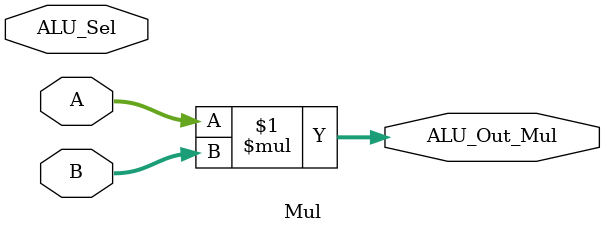
<source format=v>
module Mul(output [3:0] ALU_Out_Mul,input [3:0] A, input [3:0] B,input [3:0] ALU_Sel);
assign ALU_Out_Mul = A * B ;
endmodule

</source>
